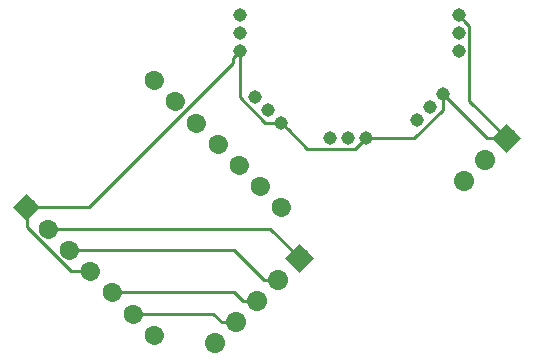
<source format=gbr>
G04 #@! TF.GenerationSoftware,KiCad,Pcbnew,(5.1.2)-2*
G04 #@! TF.CreationDate,2020-06-24T22:01:00-05:00*
G04 #@! TF.ProjectId,HallSensorDevBoard,48616c6c-5365-46e7-936f-72446576426f,rev?*
G04 #@! TF.SameCoordinates,Original*
G04 #@! TF.FileFunction,Copper,L2,Bot*
G04 #@! TF.FilePolarity,Positive*
%FSLAX46Y46*%
G04 Gerber Fmt 4.6, Leading zero omitted, Abs format (unit mm)*
G04 Created by KiCad (PCBNEW (5.1.2)-2) date 2020-06-24 22:01:00*
%MOMM*%
%LPD*%
G04 APERTURE LIST*
%ADD10C,1.600000*%
%ADD11C,1.600000*%
%ADD12C,0.100000*%
%ADD13C,1.700000*%
%ADD14C,1.700000*%
%ADD15C,1.143000*%
%ADD16C,0.250000*%
G04 APERTURE END LIST*
D10*
X105518307Y-92855693D03*
D11*
X105518307Y-92855693D02*
X105518307Y-92855693D01*
D10*
X105518307Y-114408307D03*
D11*
X105518307Y-114408307D02*
X105518307Y-114408307D01*
D10*
X107314359Y-94651744D03*
D11*
X107314359Y-94651744D02*
X107314359Y-94651744D01*
D10*
X103722256Y-112612256D03*
D11*
X103722256Y-112612256D02*
X103722256Y-112612256D01*
D10*
X109110410Y-96447795D03*
D11*
X109110410Y-96447795D02*
X109110410Y-96447795D01*
D10*
X101926205Y-110816205D03*
D11*
X101926205Y-110816205D02*
X101926205Y-110816205D01*
D10*
X110906461Y-98243846D03*
D11*
X110906461Y-98243846D02*
X110906461Y-98243846D01*
D10*
X100130154Y-109020154D03*
D11*
X100130154Y-109020154D02*
X100130154Y-109020154D01*
D10*
X112702512Y-100039898D03*
D11*
X112702512Y-100039898D02*
X112702512Y-100039898D01*
D10*
X98334102Y-107224102D03*
D11*
X98334102Y-107224102D02*
X98334102Y-107224102D01*
D10*
X114498563Y-101835949D03*
D11*
X114498563Y-101835949D02*
X114498563Y-101835949D01*
D10*
X96538051Y-105428051D03*
D11*
X96538051Y-105428051D02*
X96538051Y-105428051D01*
D10*
X116294615Y-103632000D03*
D11*
X116294615Y-103632000D02*
X116294615Y-103632000D01*
D10*
X94742000Y-103632000D03*
D12*
G36*
X94742000Y-104763371D02*
G01*
X93610629Y-103632000D01*
X94742000Y-102500629D01*
X95873371Y-103632000D01*
X94742000Y-104763371D01*
X94742000Y-104763371D01*
G37*
D13*
X131789898Y-101382102D03*
D14*
X131789898Y-101382102D02*
X131789898Y-101382102D01*
D13*
X133585949Y-99586051D03*
D14*
X133585949Y-99586051D02*
X133585949Y-99586051D01*
D13*
X135382000Y-97790000D03*
D12*
G36*
X134179918Y-97790000D02*
G01*
X135382000Y-96587918D01*
X136584082Y-97790000D01*
X135382000Y-98992082D01*
X134179918Y-97790000D01*
X134179918Y-97790000D01*
G37*
D15*
X112776000Y-87376000D03*
X112776000Y-88900000D03*
X112776000Y-90424000D03*
X114102344Y-94290344D03*
X115179974Y-95367974D03*
X116257605Y-96445605D03*
X120396000Y-97790000D03*
X121920000Y-97790000D03*
X123444000Y-97790000D03*
X127818344Y-96209656D03*
X128895974Y-95132026D03*
X129973605Y-94054395D03*
X131318000Y-90424000D03*
X131318000Y-88900000D03*
X131318000Y-87376000D03*
D13*
X117856000Y-107950000D03*
D12*
G36*
X116653918Y-107950000D02*
G01*
X117856000Y-106747918D01*
X119058082Y-107950000D01*
X117856000Y-109152082D01*
X116653918Y-107950000D01*
X116653918Y-107950000D01*
G37*
D13*
X116059949Y-109746051D03*
D14*
X116059949Y-109746051D02*
X116059949Y-109746051D01*
D13*
X114263898Y-111542102D03*
D14*
X114263898Y-111542102D02*
X114263898Y-111542102D01*
D13*
X112467846Y-113338154D03*
D14*
X112467846Y-113338154D02*
X112467846Y-113338154D01*
D13*
X110671795Y-115134205D03*
D14*
X110671795Y-115134205D02*
X110671795Y-115134205D01*
D16*
X133709210Y-97790000D02*
X129973605Y-94054395D01*
X135382000Y-97790000D02*
X133709210Y-97790000D01*
X127564822Y-97790000D02*
X123444000Y-97790000D01*
X129973605Y-94054395D02*
X129973605Y-95381217D01*
X129973605Y-95381217D02*
X127564822Y-97790000D01*
X116829104Y-97017104D02*
X116257605Y-96445605D01*
X118498501Y-98686501D02*
X116829104Y-97017104D01*
X122547499Y-98686501D02*
X118498501Y-98686501D01*
X123444000Y-97790000D02*
X122547499Y-98686501D01*
X112776000Y-91232223D02*
X112776000Y-90424000D01*
X112776000Y-94290822D02*
X112776000Y-91232223D01*
X114930783Y-96445605D02*
X112776000Y-94290822D01*
X116257605Y-96445605D02*
X114930783Y-96445605D01*
X95973371Y-103632000D02*
X94742000Y-103632000D01*
X99999105Y-103632000D02*
X95973371Y-103632000D01*
X112204501Y-91426604D02*
X99999105Y-103632000D01*
X112204501Y-90995499D02*
X112204501Y-91426604D01*
X112776000Y-90424000D02*
X112204501Y-90995499D01*
X131889499Y-87947499D02*
X131318000Y-87376000D01*
X132214501Y-88272501D02*
X131889499Y-87947499D01*
X132214501Y-94622501D02*
X132214501Y-88272501D01*
X135382000Y-97790000D02*
X132214501Y-94622501D01*
X94742000Y-104863371D02*
X94742000Y-103632000D01*
X94742000Y-105297002D02*
X94742000Y-104863371D01*
X98465152Y-109020154D02*
X94742000Y-105297002D01*
X100130154Y-109020154D02*
X98465152Y-109020154D01*
X115334051Y-105428051D02*
X96538051Y-105428051D01*
X117856000Y-107950000D02*
X115334051Y-105428051D01*
X99465472Y-107224102D02*
X98334102Y-107224102D01*
X112335919Y-107224102D02*
X99465472Y-107224102D01*
X114857868Y-109746051D02*
X112335919Y-107224102D01*
X116059949Y-109746051D02*
X114857868Y-109746051D01*
X103057575Y-110816205D02*
X101926205Y-110816205D01*
X112335920Y-110816205D02*
X103057575Y-110816205D01*
X113061817Y-111542102D02*
X112335920Y-110816205D01*
X114263898Y-111542102D02*
X113061817Y-111542102D01*
X104853626Y-112612256D02*
X103722256Y-112612256D01*
X110539867Y-112612256D02*
X104853626Y-112612256D01*
X111265765Y-113338154D02*
X110539867Y-112612256D01*
X112467846Y-113338154D02*
X111265765Y-113338154D01*
M02*

</source>
